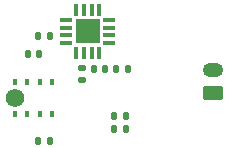
<source format=gbs>
G04 #@! TF.GenerationSoftware,KiCad,Pcbnew,(6.0.1)*
G04 #@! TF.CreationDate,2023-01-15T15:55:40+01:00*
G04 #@! TF.ProjectId,ESP32-IoT-Board-ChipAnt,45535033-322d-4496-9f54-2d426f617264,rev?*
G04 #@! TF.SameCoordinates,Original*
G04 #@! TF.FileFunction,Soldermask,Bot*
G04 #@! TF.FilePolarity,Negative*
%FSLAX46Y46*%
G04 Gerber Fmt 4.6, Leading zero omitted, Abs format (unit mm)*
G04 Created by KiCad (PCBNEW (6.0.1)) date 2023-01-15 15:55:40*
%MOMM*%
%LPD*%
G01*
G04 APERTURE LIST*
G04 Aperture macros list*
%AMRoundRect*
0 Rectangle with rounded corners*
0 $1 Rounding radius*
0 $2 $3 $4 $5 $6 $7 $8 $9 X,Y pos of 4 corners*
0 Add a 4 corners polygon primitive as box body*
4,1,4,$2,$3,$4,$5,$6,$7,$8,$9,$2,$3,0*
0 Add four circle primitives for the rounded corners*
1,1,$1+$1,$2,$3*
1,1,$1+$1,$4,$5*
1,1,$1+$1,$6,$7*
1,1,$1+$1,$8,$9*
0 Add four rect primitives between the rounded corners*
20,1,$1+$1,$2,$3,$4,$5,0*
20,1,$1+$1,$4,$5,$6,$7,0*
20,1,$1+$1,$6,$7,$8,$9,0*
20,1,$1+$1,$8,$9,$2,$3,0*%
G04 Aperture macros list end*
%ADD10RoundRect,0.140000X-0.140000X-0.170000X0.140000X-0.170000X0.140000X0.170000X-0.140000X0.170000X0*%
%ADD11RoundRect,0.140000X0.140000X0.170000X-0.140000X0.170000X-0.140000X-0.170000X0.140000X-0.170000X0*%
%ADD12RoundRect,0.135000X-0.135000X-0.185000X0.135000X-0.185000X0.135000X0.185000X-0.135000X0.185000X0*%
%ADD13R,0.400000X0.600000*%
%ADD14C,1.560000*%
%ADD15R,0.350000X1.105000*%
%ADD16R,1.105000X0.350000*%
%ADD17R,2.100000X2.100000*%
%ADD18RoundRect,0.135000X0.135000X0.185000X-0.135000X0.185000X-0.135000X-0.185000X0.135000X-0.185000X0*%
%ADD19RoundRect,0.250000X0.625000X-0.350000X0.625000X0.350000X-0.625000X0.350000X-0.625000X-0.350000X0*%
%ADD20O,1.750000X1.200000*%
%ADD21RoundRect,0.140000X-0.170000X0.140000X-0.170000X-0.140000X0.170000X-0.140000X0.170000X0.140000X0*%
G04 APERTURE END LIST*
D10*
X143895000Y-103100000D03*
X144855000Y-103100000D03*
D11*
X138255000Y-100300000D03*
X137295000Y-100300000D03*
D12*
X143665000Y-107100000D03*
X144685000Y-107100000D03*
X137265000Y-109200000D03*
X138285000Y-109200000D03*
D13*
X138450000Y-106930000D03*
X137400000Y-106930000D03*
X136350000Y-106930000D03*
X135300000Y-106930000D03*
D14*
X135290000Y-105600000D03*
D13*
X135300000Y-104270000D03*
X136350000Y-104270000D03*
X137400000Y-104270000D03*
X138450000Y-104270000D03*
D10*
X136395000Y-101900000D03*
X137355000Y-101900000D03*
D15*
X140500000Y-98150000D03*
X141150000Y-98150000D03*
X141800000Y-98150000D03*
X142450000Y-98150000D03*
D16*
X143277500Y-98977500D03*
X143277500Y-99627500D03*
X143277500Y-100277500D03*
X143277500Y-100927500D03*
D15*
X142450000Y-101755000D03*
X141800000Y-101755000D03*
X141150000Y-101755000D03*
X140500000Y-101755000D03*
D16*
X139672500Y-100927500D03*
X139672500Y-100277500D03*
X139672500Y-99627500D03*
X139672500Y-98977500D03*
D17*
X141475000Y-99952500D03*
D18*
X144685000Y-108200000D03*
X143665000Y-108200000D03*
D19*
X152075000Y-105200000D03*
D20*
X152075000Y-103200000D03*
D10*
X141995000Y-103100000D03*
X142955000Y-103100000D03*
D21*
X140975000Y-103070000D03*
X140975000Y-104030000D03*
M02*

</source>
